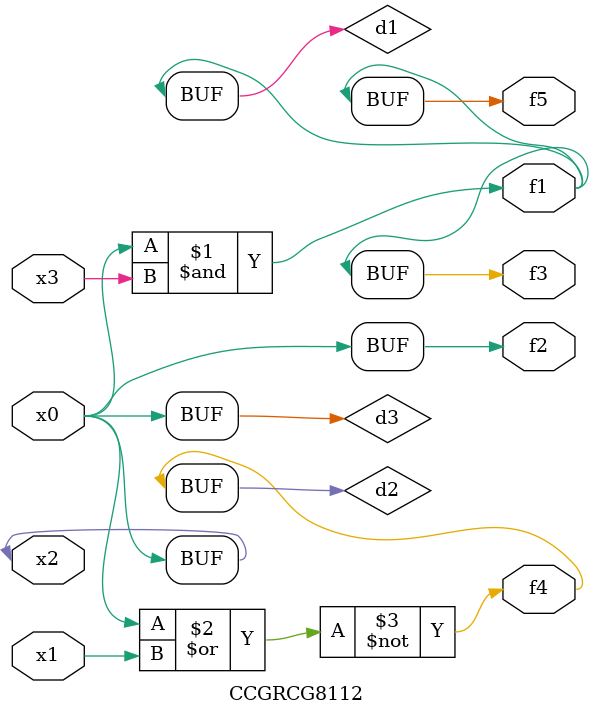
<source format=v>
module CCGRCG8112(
	input x0, x1, x2, x3,
	output f1, f2, f3, f4, f5
);

	wire d1, d2, d3;

	and (d1, x2, x3);
	nor (d2, x0, x1);
	buf (d3, x0, x2);
	assign f1 = d1;
	assign f2 = d3;
	assign f3 = d1;
	assign f4 = d2;
	assign f5 = d1;
endmodule

</source>
